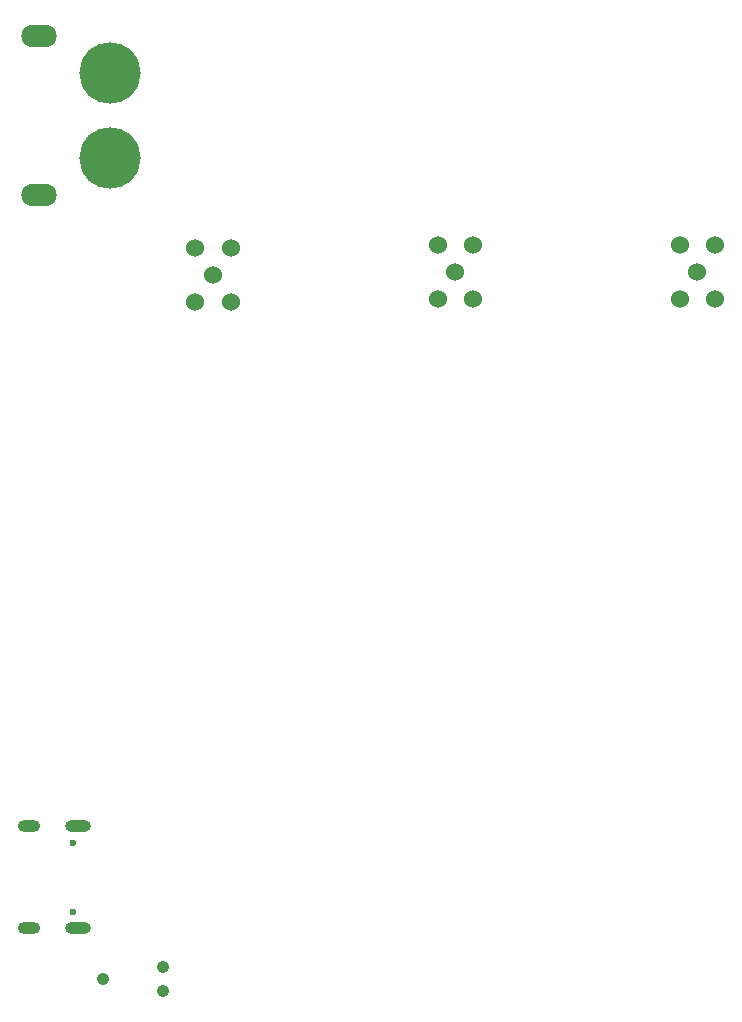
<source format=gbr>
%TF.GenerationSoftware,Altium Limited,Altium Designer,23.1.1 (15)*%
G04 Layer_Color=255*
%FSLAX45Y45*%
%MOMM*%
%TF.SameCoordinates,3B15BE60-5205-462F-B1BE-89E8C5D5736D*%
%TF.FilePolarity,Positive*%
%TF.FileFunction,Pads,Bot*%
%TF.Part,Single*%
G01*
G75*
%TA.AperFunction,ComponentPad*%
%ADD85C,5.20000*%
%ADD86C,1.52400*%
%ADD87C,1.06700*%
%ADD88O,3.00000X1.90000*%
%ADD89C,0.60000*%
%ADD90O,2.20000X1.00000*%
%ADD91O,1.90000X1.00000*%
D85*
X7150000Y10860000D02*
D03*
Y10140000D02*
D03*
D86*
X10225000Y8950000D02*
D03*
X9925000D02*
D03*
X10225000Y9400000D02*
D03*
X9925000D02*
D03*
X10075000Y9175000D02*
D03*
X8175000Y8925000D02*
D03*
X7875000D02*
D03*
X8175000Y9375000D02*
D03*
X7875000D02*
D03*
X8025000Y9150000D02*
D03*
X12275000Y8950000D02*
D03*
X11975000D02*
D03*
X12275000Y9400000D02*
D03*
X11975000D02*
D03*
X12125000Y9175000D02*
D03*
D87*
X7602000Y3084900D02*
D03*
Y3288100D02*
D03*
X7094000Y3186500D02*
D03*
D88*
X6550000Y9825000D02*
D03*
Y11175000D02*
D03*
D89*
X6835000Y3760000D02*
D03*
Y4340000D02*
D03*
D90*
X6885000Y4482500D02*
D03*
Y3617500D02*
D03*
D91*
X6465000D02*
D03*
Y4482500D02*
D03*
%TF.MD5,8430157bc42372b3a8a6a5bb156a489b*%
M02*

</source>
